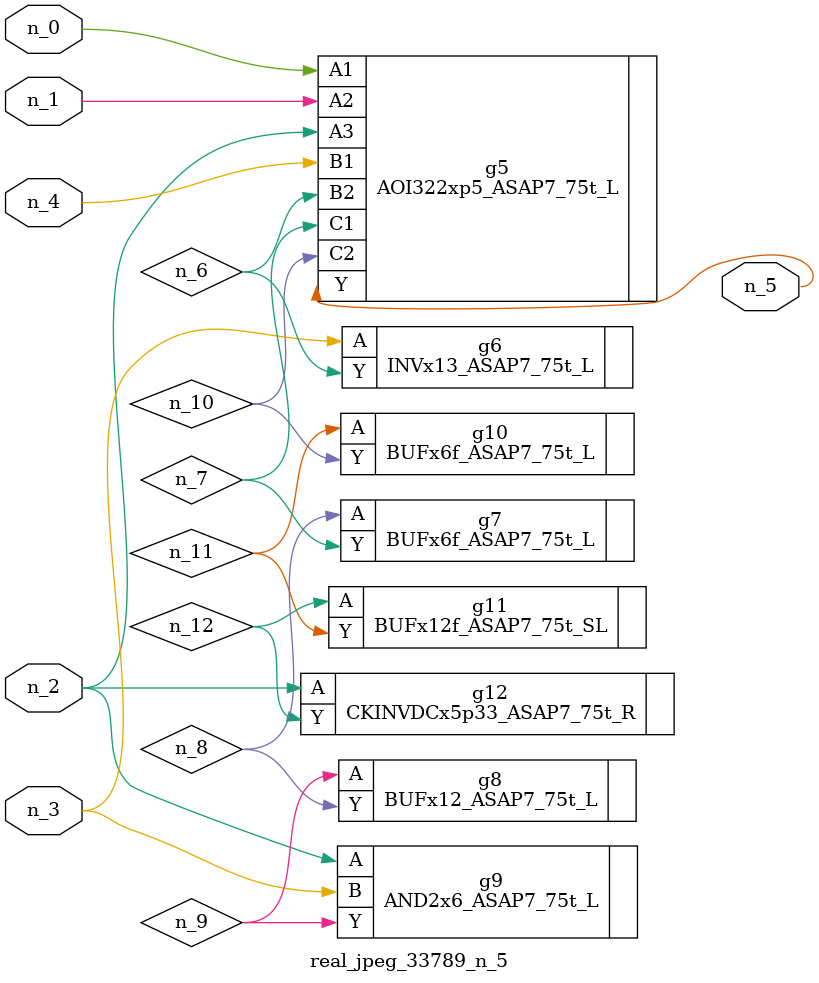
<source format=v>
module real_jpeg_33789_n_5 (n_4, n_0, n_1, n_2, n_3, n_5);

input n_4;
input n_0;
input n_1;
input n_2;
input n_3;

output n_5;

wire n_12;
wire n_8;
wire n_11;
wire n_6;
wire n_7;
wire n_10;
wire n_9;

AOI322xp5_ASAP7_75t_L g5 ( 
.A1(n_0),
.A2(n_1),
.A3(n_2),
.B1(n_4),
.B2(n_6),
.C1(n_7),
.C2(n_10),
.Y(n_5)
);

AND2x6_ASAP7_75t_L g9 ( 
.A(n_2),
.B(n_3),
.Y(n_9)
);

CKINVDCx5p33_ASAP7_75t_R g12 ( 
.A(n_2),
.Y(n_12)
);

INVx13_ASAP7_75t_L g6 ( 
.A(n_3),
.Y(n_6)
);

BUFx6f_ASAP7_75t_L g7 ( 
.A(n_8),
.Y(n_7)
);

BUFx12_ASAP7_75t_L g8 ( 
.A(n_9),
.Y(n_8)
);

BUFx6f_ASAP7_75t_L g10 ( 
.A(n_11),
.Y(n_10)
);

BUFx12f_ASAP7_75t_SL g11 ( 
.A(n_12),
.Y(n_11)
);


endmodule
</source>
